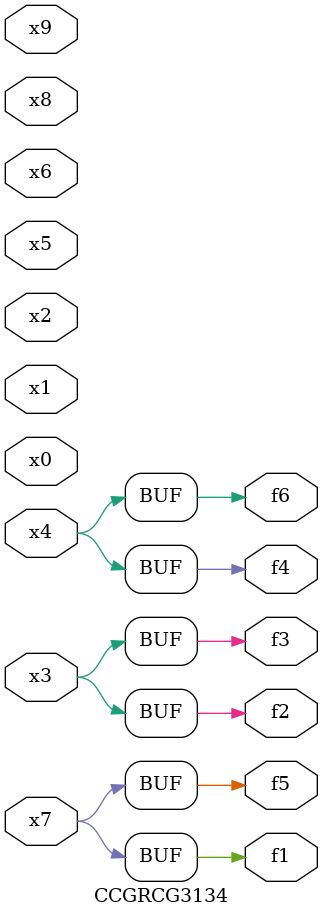
<source format=v>
module CCGRCG3134(
	input x0, x1, x2, x3, x4, x5, x6, x7, x8, x9,
	output f1, f2, f3, f4, f5, f6
);
	assign f1 = x7;
	assign f2 = x3;
	assign f3 = x3;
	assign f4 = x4;
	assign f5 = x7;
	assign f6 = x4;
endmodule

</source>
